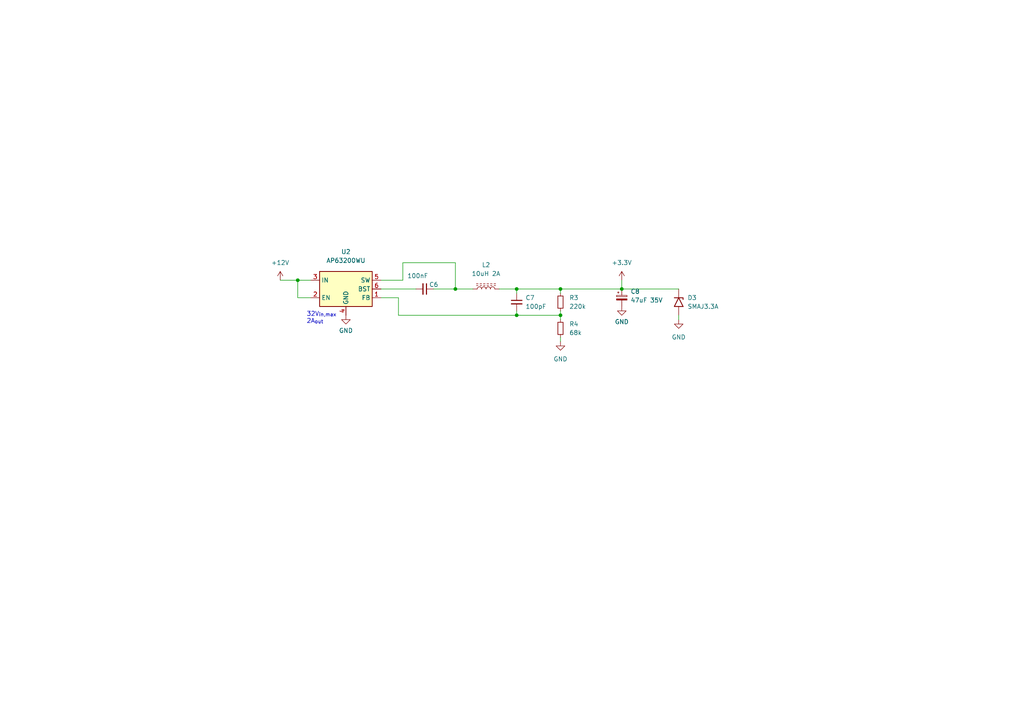
<source format=kicad_sch>
(kicad_sch (version 20230121) (generator eeschema)
  (paper "A4")
  (lib_symbols
    (symbol "Device:C_Polarized_Small" (pin_numbers hide) (pin_names (offset 0.254) hide)
      (property "Reference" "C" (at 0.254 1.778 0))
      (property "Value" "C_Polarized_Small" (at 0.254 -2.032 0))
      (symbol "C_Polarized_Small_0_1"
        (rectangle (start -1.524 -0.3048) (end 1.524 -0.6858) (fill (type outline)))
        (rectangle (start -1.524 0.6858) (end 1.524 0.3048))
        (polyline (pts (xy -1.27 1.524) (xy -0.762 1.524)))
        (polyline (pts (xy -1.016 1.27) (xy -1.016 1.778)))
      )
      (symbol "C_Polarized_Small_1_1"
        (pin passive line (at 0 2.54 270) (length 1.8542) (name "~") (number "1"))
        (pin passive line (at 0 -2.54 90) (length 1.8542) (name "~") (number "2"))
      )
    )
    (symbol "Device:C_Small" (pin_numbers hide) (pin_names (offset 0.254) hide)
      (property "Reference" "C" (at 0.254 1.778 0))
      (property "Value" "C_Small" (at 0.254 -2.032 0))
      (symbol "C_Small_0_1"
        (polyline (pts (xy -1.524 -0.508) (xy 1.524 -0.508)) (stroke (width 0.3302)))
        (polyline (pts (xy -1.524 0.508) (xy 1.524 0.508)) (stroke (width 0.3048)))
      )
      (symbol "C_Small_1_1"
        (pin passive line (at 0 2.54 270) (length 2.032) (name "~") (number "1"))
        (pin passive line (at 0 -2.54 90) (length 2.032) (name "~") (number "2"))
      )
    )
    (symbol "Device:L_Ferrite" (pin_numbers hide) (pin_names (offset 1.016) hide)
      (property "Reference" "L" (at -1.27 0 90))
      (property "Value" "L_Ferrite" (at 2.794 0 90))
      (symbol "L_Ferrite_0_1"
        (arc (start 0 -2.54) (mid 0.6323 -1.905) (end 0 -1.27))
        (arc (start 0 -1.27) (mid 0.6323 -0.635) (end 0 0))
        (polyline (pts (xy 1.016 -2.794) (xy 1.016 -2.286)))
        (polyline (pts (xy 1.016 -1.778) (xy 1.016 -1.27)))
        (polyline (pts (xy 1.016 -0.762) (xy 1.016 -0.254)))
        (polyline (pts (xy 1.016 0.254) (xy 1.016 0.762)))
        (polyline (pts (xy 1.016 1.27) (xy 1.016 1.778)))
        (polyline (pts (xy 1.016 2.286) (xy 1.016 2.794)))
        (polyline (pts (xy 1.524 -2.286) (xy 1.524 -2.794)))
        (polyline (pts (xy 1.524 -1.27) (xy 1.524 -1.778)))
        (polyline (pts (xy 1.524 -0.254) (xy 1.524 -0.762)))
        (polyline (pts (xy 1.524 0.762) (xy 1.524 0.254)))
        (polyline (pts (xy 1.524 1.778) (xy 1.524 1.27)))
        (polyline (pts (xy 1.524 2.794) (xy 1.524 2.286)))
        (arc (start 0 0) (mid 0.6323 0.635) (end 0 1.27))
        (arc (start 0 1.27) (mid 0.6323 1.905) (end 0 2.54))
      )
      (symbol "L_Ferrite_1_1"
        (pin passive line (at 0 3.81 270) (length 1.27) (name "1") (number "1"))
        (pin passive line (at 0 -3.81 90) (length 1.27) (name "2") (number "2"))
      )
    )
    (symbol "Device:R_Small" (pin_numbers hide) (pin_names (offset 0.254) hide)
      (property "Reference" "R" (at 0.762 0.508 0))
      (property "Value" "R_Small" (at 0.762 -1.016 0))
      (symbol "R_Small_0_1"
        (rectangle (start -0.762 1.778) (end 0.762 -1.778) (stroke (width 0.2032)))
      )
      (symbol "R_Small_1_1"
        (pin passive line (at 0 2.54 270) (length 0.762) (name "~") (number "1"))
        (pin passive line (at 0 -2.54 90) (length 0.762) (name "~") (number "2"))
      )
    )
    (symbol "Diode:SMF48A" (pin_numbers hide) (pin_names (offset 1.016) hide)
      (property "Reference" "D" (at 0 2.54 0))
      (property "Value" "SMF48A" (at 0 -2.54 0))
      (symbol "SMF48A_0_1"
        (polyline (pts (xy -0.762 1.27) (xy -1.27 1.27) (xy -1.27 -1.27)) (stroke (width 0.254)))
        (polyline (pts (xy 1.27 1.27) (xy 1.27 -1.27) (xy -1.27 0) (xy 1.27 1.27)) (stroke (width 0.254)))
      )
      (symbol "SMF48A_1_1"
        (pin passive line (at -3.81 0 0) (length 2.54) (name "A1") (number "1"))
        (pin passive line (at 3.81 0 180) (length 2.54) (name "A2") (number "2"))
      )
    )
    (symbol "Regulator_Switching:AP63200WU"
      (property "Reference" "U" (at -7.62 6.35 0))
      (property "Value" "AP63200WU" (at 2.54 6.35 0))
      (symbol "AP63200WU_0_1"
        (rectangle (start -7.62 5.08) (end 7.62 -5.08) (stroke (width 0.254)) (fill (type background)))
      )
      (symbol "AP63200WU_1_1"
        (pin input line (at 10.16 -2.54 180) (length 2.54) (name "FB") (number "1"))
        (pin input line (at -10.16 -2.54 0) (length 2.54) (name "EN") (number "2"))
        (pin power_in line (at -10.16 2.54 0) (length 2.54) (name "IN") (number "3"))
        (pin power_in line (at 0 -7.62 90) (length 2.54) (name "GND") (number "4"))
        (pin output line (at 10.16 2.54 180) (length 2.54) (name "SW") (number "5"))
        (pin passive line (at 10.16 0 180) (length 2.54) (name "BST") (number "6"))
      )
    )
    (symbol "power:+12V" (power) (pin_names (offset 0))
      (property "Value" "+12V" (at 0 3.556 0))
      (symbol "+12V_0_1"
        (polyline (pts (xy -0.762 1.27) (xy 0 2.54)))
        (polyline (pts (xy 0 0) (xy 0 2.54)))
        (polyline (pts (xy 0 2.54) (xy 0.762 1.27)))
      )
      (symbol "+12V_1_1"
        (pin power_in line (at 0 0 90) (length 0) hide (name "+12V") (number "1"))
      )
    )
    (symbol "power:+3.3V" (power) (pin_names (offset 0))
      (property "Value" "+3.3V" (at 0 3.556 0))
      (symbol "+3.3V_0_1"
        (polyline (pts (xy -0.762 1.27) (xy 0 2.54)))
        (polyline (pts (xy 0 0) (xy 0 2.54)))
        (polyline (pts (xy 0 2.54) (xy 0.762 1.27)))
      )
      (symbol "+3.3V_1_1"
        (pin power_in line (at 0 0 90) (length 0) hide (name "+3.3V") (number "1"))
      )
    )
    (symbol "power:GND" (power) (pin_names (offset 0))
      (property "Value" "GND" (at 0 -3.81 0))
      (symbol "GND_0_1"
        (polyline (pts (xy 0 0) (xy 0 -1.27) (xy 1.27 -1.27) (xy 0 -2.54) (xy -1.27 -1.27) (xy 0 -1.27)))
      )
      (symbol "GND_1_1"
        (pin power_in line (at 0 0 270) (length 0) hide (name "GND") (number "1"))
      )
    )
  )
  (junction (at 132.08 83.82))
  (junction (at 149.86 91.44))
  (junction (at 86.36 81.28))
  (junction (at 149.86 83.82))
  (junction (at 180.34 83.82))
  (junction (at 162.56 91.44))
  (junction (at 162.56 83.82))
  (wire (pts (xy 162.56 90.17) (xy 162.56 91.44)))
  (wire (pts (xy 110.49 81.28) (xy 116.84 81.28)))
  (wire (pts (xy 110.49 83.82) (xy 120.65 83.82)))
  (wire (pts (xy 116.84 81.28) (xy 116.84 76.2)))
  (wire (pts (xy 180.34 81.28) (xy 180.34 83.82)))
  (wire (pts (xy 162.56 91.44) (xy 162.56 92.71)))
  (wire (pts (xy 149.86 83.82) (xy 149.86 85.09)))
  (wire (pts (xy 162.56 83.82) (xy 162.56 85.09)))
  (wire (pts (xy 116.84 76.2) (xy 132.08 76.2)))
  (wire (pts (xy 162.56 83.82) (xy 180.34 83.82)))
  (wire (pts (xy 180.34 83.82) (xy 196.85 83.82)))
  (wire (pts (xy 115.57 86.36) (xy 115.57 91.44)))
  (wire (pts (xy 149.86 83.82) (xy 162.56 83.82)))
  (wire (pts (xy 149.86 90.17) (xy 149.86 91.44)))
  (wire (pts (xy 81.28 81.28) (xy 86.36 81.28)))
  (wire (pts (xy 90.17 86.36) (xy 86.36 86.36)))
  (wire (pts (xy 196.85 91.44) (xy 196.85 92.71)))
  (wire (pts (xy 132.08 76.2) (xy 132.08 83.82)))
  (wire (pts (xy 115.57 91.44) (xy 149.86 91.44)))
  (wire (pts (xy 149.86 91.44) (xy 162.56 91.44)))
  (wire (pts (xy 144.78 83.82) (xy 149.86 83.82)))
  (wire (pts (xy 137.16 83.82) (xy 132.08 83.82)))
  (wire (pts (xy 162.56 97.79) (xy 162.56 99.06)))
  (wire (pts (xy 86.36 86.36) (xy 86.36 81.28)))
  (wire (pts (xy 110.49 86.36) (xy 115.57 86.36)))
  (wire (pts (xy 125.73 83.82) (xy 132.08 83.82)))
  (wire (pts (xy 86.36 81.28) (xy 90.17 81.28)))
  (text "32V_{in,max}\n2A_{out}" (at 88.9 93.98 0) (effects (font (size 1.27 1.27)) (justify left bottom)))
  (symbol (lib_id "Regulator_Switching:AP63200WU") (at 100.33 83.82 0) (unit 1)
    (property "Reference" "U2" (at 100.33 73.025 0))
    (property "Value" "AP63200WU" (at 100.33 75.565 0))
    (property "Footprint" "Package_TO_SOT_SMD:TSOT-23-6" (effects hide))
    (property "Datasheet" "https://www.diodes.com/assets/Datasheets/AP63200-AP63201-AP63203-AP63205.pdf" (effects hide))
  )
  (symbol (lib_id "power:GND") (at 196.85 92.71 0) (unit 1)
    (property "Reference" "#PWR016" (effects hide))
    (property "Value" "GND" (at 196.85 97.79 0))
  )
  (symbol (lib_id "Diode:SMF48A") (at 196.85 87.63 270) (unit 1)
    (property "Reference" "D3" (at 199.39 86.3599 90) (effects (justify left)))
    (property "Value" "SMAJ3.3A" (at 199.39 88.8999 90) (effects (justify left)))
    (property "Footprint" "Diode_SMD:D_SMA" (effects hide))
    (property "Datasheet" "https://www.vishay.com/doc?85881" (effects hide))
  )
  (symbol (lib_id "power:GND") (at 100.33 91.44 0) (unit 1)
    (property "Reference" "#PWR012" (effects hide))
    (property "Value" "GND" (at 100.33 95.885 0))
  )
  (symbol (lib_id "Device:L_Ferrite") (at 140.97 83.82 90) (unit 1)
    (property "Reference" "L2" (at 140.97 76.835 90))
    (property "Value" "10uH 2A" (at 140.97 79.375 90))
    (property "Footprint" "Inductor_SMD:L_Taiyo-Yuden_NR-50xx" (effects hide))
    (property "MPN" "NRS5040T100MMGJ" (effects hide))
  )
  (symbol (lib_id "Device:C_Small") (at 123.19 83.82 270) (mirror x) (unit 1)
    (property "Reference" "C6" (at 124.46 82.55 90) (effects (justify left)))
    (property "Value" "100nF" (at 118.11 80.01 90) (effects (justify left)))
    (property "Footprint" "Capacitor_SMD:C_0603_1608Metric" (effects hide))
    (property "MPN" "CL10B104KB8NNWC" (effects hide))
    (property "MPNA1" "CL10B104KB8NNNC" (effects hide))
  )
  (symbol (lib_id "power:+12V") (at 81.28 81.28 0) (unit 1)
    (property "Reference" "#PWR011" (effects hide))
    (property "Value" "+12V" (at 81.28 76.2 0))
  )
  (symbol (lib_id "Device:R_Small") (at 162.56 95.25 0) (unit 1)
    (property "Reference" "R4" (at 165.1 93.9799 0) (effects (justify left)))
    (property "Value" "68k" (at 165.1 96.5199 0) (effects (justify left)))
    (property "Footprint" "Resistor_SMD:R_0603_1608Metric" (effects hide))
  )
  (symbol (lib_id "Device:C_Polarized_Small") (at 180.34 86.36 0) (unit 1)
    (property "Reference" "C8" (at 182.88 84.5438 0) (effects (justify left)))
    (property "Value" "47uF 35V" (at 182.88 87.0838 0) (effects (justify left)))
    (property "Footprint" "Capacitor_SMD:CP_Elec_6.3x5.4" (effects hide))
    (property "MPN" "RVT47UF35V67RV0039" (effects hide))
  )
  (symbol (lib_id "power:GND") (at 162.56 99.06 0) (unit 1)
    (property "Reference" "#PWR013" (effects hide))
    (property "Value" "GND" (at 162.56 104.14 0))
  )
  (symbol (lib_id "Device:R_Small") (at 162.56 87.63 0) (unit 1)
    (property "Reference" "R3" (at 165.1 86.3599 0) (effects (justify left)))
    (property "Value" "220k" (at 165.1 88.8999 0) (effects (justify left)))
    (property "Footprint" "Resistor_SMD:R_0603_1608Metric" (effects hide))
  )
  (symbol (lib_id "power:+3.3V") (at 180.34 81.28 0) (unit 1)
    (property "Reference" "#PWR014" (effects hide))
    (property "Value" "+3.3V" (at 180.34 76.2 0))
  )
  (symbol (lib_id "Device:C_Small") (at 149.86 87.63 0) (unit 1)
    (property "Reference" "C7" (at 152.4 86.3662 0) (effects (justify left)))
    (property "Value" "100pF" (at 152.4 88.9062 0) (effects (justify left)))
    (property "Footprint" "Capacitor_SMD:C_0603_1608Metric" (effects hide))
  )
  (symbol (lib_id "power:GND") (at 180.34 88.9 0) (unit 1)
    (property "Reference" "#PWR015" (effects hide))
    (property "Value" "GND" (at 180.34 93.345 0))
  )
)
</source>
